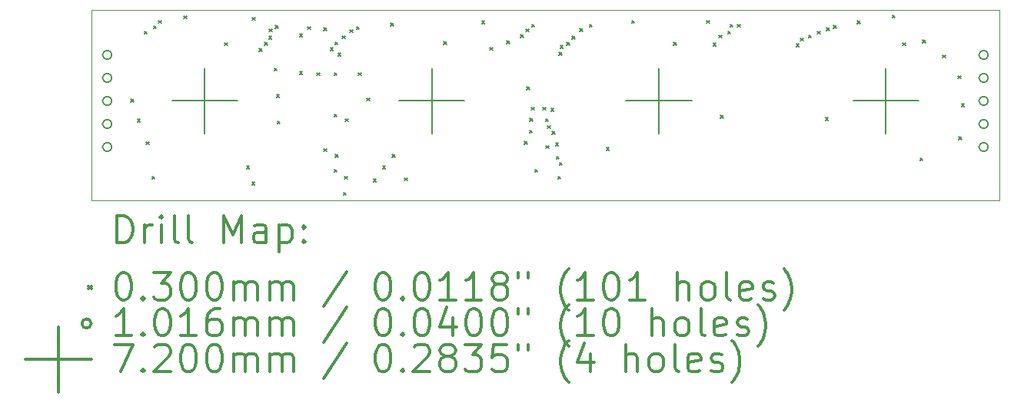
<source format=gbr>
%FSLAX45Y45*%
G04 Gerber Fmt 4.5, Leading zero omitted, Abs format (unit mm)*
G04 Created by KiCad (PCBNEW (5.1.12)-1) date 2021-11-29 00:25:57*
%MOMM*%
%LPD*%
G01*
G04 APERTURE LIST*
%TA.AperFunction,Profile*%
%ADD10C,0.050000*%
%TD*%
%ADD11C,0.200000*%
%ADD12C,0.300000*%
G04 APERTURE END LIST*
D10*
X17478000Y-4245900D02*
X17478000Y-2145900D01*
X27478000Y-4245900D02*
X17478000Y-4245900D01*
X27478000Y-2145900D02*
X27478000Y-4245900D01*
X17478000Y-2145900D02*
X27478000Y-2145900D01*
D11*
X17914603Y-3130900D02*
X17944603Y-3160900D01*
X17944603Y-3130900D02*
X17914603Y-3160900D01*
X17985093Y-3348467D02*
X18015093Y-3378467D01*
X18015093Y-3348467D02*
X17985093Y-3378467D01*
X18063000Y-2380900D02*
X18093000Y-2410900D01*
X18093000Y-2380900D02*
X18063000Y-2410900D01*
X18084102Y-3599031D02*
X18114102Y-3629031D01*
X18114102Y-3599031D02*
X18084102Y-3629031D01*
X18146000Y-3982300D02*
X18176000Y-4012300D01*
X18176000Y-3982300D02*
X18146000Y-4012300D01*
X18163000Y-2320899D02*
X18193000Y-2350899D01*
X18193000Y-2320899D02*
X18163000Y-2350899D01*
X18216044Y-2261012D02*
X18246044Y-2291012D01*
X18246044Y-2261012D02*
X18216044Y-2291012D01*
X18497966Y-2210895D02*
X18527966Y-2240895D01*
X18527966Y-2210895D02*
X18497966Y-2240895D01*
X18945300Y-2509100D02*
X18975300Y-2539100D01*
X18975300Y-2509100D02*
X18945300Y-2539100D01*
X19187400Y-3868000D02*
X19217400Y-3898000D01*
X19217400Y-3868000D02*
X19187400Y-3898000D01*
X19246034Y-4045497D02*
X19276034Y-4075497D01*
X19276034Y-4045497D02*
X19246034Y-4075497D01*
X19252530Y-2229136D02*
X19282530Y-2259136D01*
X19282530Y-2229136D02*
X19252530Y-2259136D01*
X19327104Y-2571796D02*
X19357104Y-2601796D01*
X19357104Y-2571796D02*
X19327104Y-2601796D01*
X19384404Y-2501796D02*
X19414404Y-2531796D01*
X19414404Y-2501796D02*
X19384404Y-2531796D01*
X19433826Y-2437466D02*
X19463826Y-2467466D01*
X19463826Y-2437466D02*
X19433826Y-2467466D01*
X19435113Y-2353900D02*
X19465113Y-2383900D01*
X19465113Y-2353900D02*
X19435113Y-2383900D01*
X19491400Y-2788500D02*
X19521400Y-2818500D01*
X19521400Y-2788500D02*
X19491400Y-2818500D01*
X19507054Y-2318903D02*
X19537054Y-2348903D01*
X19537054Y-2318903D02*
X19507054Y-2348903D01*
X19516800Y-3080600D02*
X19546800Y-3110600D01*
X19546800Y-3080600D02*
X19516800Y-3110600D01*
X19524899Y-3373410D02*
X19554899Y-3403410D01*
X19554899Y-3373410D02*
X19524899Y-3403410D01*
X19770800Y-2826600D02*
X19800800Y-2856600D01*
X19800800Y-2826600D02*
X19770800Y-2856600D01*
X19771581Y-2409383D02*
X19801581Y-2439383D01*
X19801581Y-2409383D02*
X19771581Y-2439383D01*
X19861936Y-2328622D02*
X19891936Y-2358622D01*
X19891936Y-2328622D02*
X19861936Y-2358622D01*
X19961300Y-2839300D02*
X19991300Y-2869300D01*
X19991300Y-2839300D02*
X19961300Y-2869300D01*
X20037500Y-2344000D02*
X20067500Y-2374000D01*
X20067500Y-2344000D02*
X20037500Y-2374000D01*
X20038300Y-3677500D02*
X20068300Y-3707500D01*
X20068300Y-3677500D02*
X20038300Y-3707500D01*
X20110201Y-2561795D02*
X20140201Y-2591795D01*
X20140201Y-2561795D02*
X20110201Y-2591795D01*
X20151800Y-2839300D02*
X20181800Y-2869300D01*
X20181800Y-2839300D02*
X20151800Y-2869300D01*
X20151800Y-3296500D02*
X20181800Y-3326500D01*
X20181800Y-3296500D02*
X20151800Y-3326500D01*
X20152600Y-3906100D02*
X20182600Y-3936100D01*
X20182600Y-3906100D02*
X20152600Y-3936100D01*
X20160745Y-2499783D02*
X20190745Y-2529783D01*
X20190745Y-2499783D02*
X20160745Y-2529783D01*
X20165300Y-3741000D02*
X20195300Y-3771000D01*
X20195300Y-3741000D02*
X20165300Y-3771000D01*
X20195596Y-2621999D02*
X20225596Y-2651999D01*
X20225596Y-2621999D02*
X20195596Y-2651999D01*
X20239596Y-2431796D02*
X20269596Y-2461796D01*
X20269596Y-2431796D02*
X20239596Y-2461796D01*
X20254200Y-4160100D02*
X20284200Y-4190100D01*
X20284200Y-4160100D02*
X20254200Y-4190100D01*
X20266100Y-3982300D02*
X20296100Y-4012300D01*
X20296100Y-3982300D02*
X20266100Y-4012300D01*
X20274700Y-3347300D02*
X20304700Y-3377300D01*
X20304700Y-3347300D02*
X20274700Y-3377300D01*
X20327099Y-2366080D02*
X20357099Y-2396080D01*
X20357099Y-2366080D02*
X20327099Y-2396080D01*
X20398351Y-2329702D02*
X20428351Y-2359702D01*
X20428351Y-2329702D02*
X20398351Y-2359702D01*
X20418500Y-2839300D02*
X20448500Y-2869300D01*
X20448500Y-2839300D02*
X20418500Y-2869300D01*
X20512998Y-3118700D02*
X20542998Y-3148700D01*
X20542998Y-3118700D02*
X20512998Y-3148700D01*
X20583600Y-4010301D02*
X20613600Y-4040301D01*
X20613600Y-4010301D02*
X20583600Y-4040301D01*
X20685200Y-3868000D02*
X20715200Y-3898000D01*
X20715200Y-3868000D02*
X20685200Y-3898000D01*
X20774100Y-2293200D02*
X20804100Y-2323200D01*
X20804100Y-2293200D02*
X20774100Y-2323200D01*
X20790675Y-3740299D02*
X20820675Y-3770299D01*
X20820675Y-3740299D02*
X20790675Y-3770299D01*
X20926095Y-3998397D02*
X20956095Y-4028397D01*
X20956095Y-3998397D02*
X20926095Y-4028397D01*
X21358300Y-2496400D02*
X21388300Y-2526400D01*
X21388300Y-2496400D02*
X21358300Y-2526400D01*
X21778306Y-2266202D02*
X21808306Y-2296202D01*
X21808306Y-2266202D02*
X21778306Y-2296202D01*
X21867967Y-2558233D02*
X21897967Y-2588233D01*
X21897967Y-2558233D02*
X21867967Y-2588233D01*
X22052267Y-2488233D02*
X22082267Y-2518233D01*
X22082267Y-2488233D02*
X22052267Y-2518233D01*
X22206894Y-2419096D02*
X22236894Y-2449096D01*
X22236894Y-2419096D02*
X22206894Y-2449096D01*
X22246060Y-3596777D02*
X22276060Y-3626777D01*
X22276060Y-3596777D02*
X22246060Y-3626777D01*
X22266895Y-2355632D02*
X22296895Y-2385632D01*
X22296895Y-2355632D02*
X22266895Y-2385632D01*
X22271303Y-2994034D02*
X22301303Y-3024034D01*
X22301303Y-2994034D02*
X22271303Y-3024034D01*
X22302167Y-3472965D02*
X22332167Y-3502965D01*
X22332167Y-3472965D02*
X22302167Y-3502965D01*
X22305837Y-3339928D02*
X22335837Y-3369928D01*
X22335837Y-3339928D02*
X22305837Y-3369928D01*
X22323500Y-3220300D02*
X22353500Y-3250300D01*
X22353500Y-3220300D02*
X22323500Y-3250300D01*
X22327496Y-2303404D02*
X22357496Y-2333404D01*
X22357496Y-2303404D02*
X22327496Y-2333404D01*
X22361600Y-3906100D02*
X22391600Y-3936100D01*
X22391600Y-3906100D02*
X22361600Y-3936100D01*
X22450500Y-3220300D02*
X22480500Y-3250300D01*
X22480500Y-3220300D02*
X22450500Y-3250300D01*
X22482902Y-3344882D02*
X22512902Y-3374882D01*
X22512902Y-3344882D02*
X22482902Y-3374882D01*
X22486065Y-3640876D02*
X22516065Y-3670876D01*
X22516065Y-3640876D02*
X22486065Y-3670876D01*
X22502170Y-3422529D02*
X22532170Y-3452529D01*
X22532170Y-3422529D02*
X22502170Y-3452529D01*
X22539400Y-3233000D02*
X22569400Y-3263000D01*
X22569400Y-3233000D02*
X22539400Y-3263000D01*
X22553400Y-3483976D02*
X22583400Y-3513976D01*
X22583400Y-3483976D02*
X22553400Y-3513976D01*
X22590200Y-3614000D02*
X22620200Y-3644000D01*
X22620200Y-3614000D02*
X22590200Y-3644000D01*
X22597967Y-3759401D02*
X22627967Y-3789401D01*
X22627967Y-3759401D02*
X22597967Y-3789401D01*
X22615600Y-3982300D02*
X22645600Y-4012300D01*
X22645600Y-3982300D02*
X22615600Y-4012300D01*
X22628340Y-2615899D02*
X22658340Y-2645899D01*
X22658340Y-2615899D02*
X22628340Y-2645899D01*
X22635087Y-3830269D02*
X22665087Y-3860269D01*
X22665087Y-3830269D02*
X22635087Y-3860269D01*
X22642899Y-2537234D02*
X22672899Y-2567234D01*
X22672899Y-2537234D02*
X22642899Y-2567234D01*
X22714788Y-2502131D02*
X22744788Y-2532131D01*
X22744788Y-2502131D02*
X22714788Y-2532131D01*
X22772327Y-2437227D02*
X22802327Y-2467227D01*
X22802327Y-2437227D02*
X22772327Y-2467227D01*
X22856132Y-2353423D02*
X22886132Y-2383423D01*
X22886132Y-2353423D02*
X22856132Y-2383423D01*
X22963100Y-2306203D02*
X22993100Y-2336203D01*
X22993100Y-2306203D02*
X22963100Y-2336203D01*
X23149000Y-3664800D02*
X23179000Y-3694800D01*
X23179000Y-3664800D02*
X23149000Y-3694800D01*
X23428400Y-2263404D02*
X23458400Y-2293404D01*
X23458400Y-2263404D02*
X23428400Y-2293404D01*
X23890212Y-2505523D02*
X23920212Y-2535523D01*
X23920212Y-2505523D02*
X23890212Y-2535523D01*
X24253900Y-2263403D02*
X24283900Y-2293403D01*
X24283900Y-2263403D02*
X24253900Y-2293403D01*
X24328512Y-2512623D02*
X24358512Y-2542623D01*
X24358512Y-2512623D02*
X24328512Y-2542623D01*
X24391526Y-2423405D02*
X24421526Y-2453405D01*
X24421526Y-2423405D02*
X24391526Y-2453405D01*
X24407801Y-3309200D02*
X24437801Y-3339200D01*
X24437801Y-3309200D02*
X24407801Y-3339200D01*
X24486951Y-2381342D02*
X24516951Y-2411342D01*
X24516951Y-2381342D02*
X24486951Y-2411342D01*
X24514416Y-2306203D02*
X24544416Y-2336203D01*
X24544416Y-2306203D02*
X24514416Y-2336203D01*
X24594417Y-2306203D02*
X24624417Y-2336203D01*
X24624417Y-2306203D02*
X24594417Y-2336203D01*
X25241001Y-2521800D02*
X25271001Y-2551800D01*
X25271001Y-2521800D02*
X25241001Y-2551800D01*
X25289106Y-2457877D02*
X25319106Y-2487877D01*
X25319106Y-2457877D02*
X25289106Y-2487877D01*
X25375514Y-2421798D02*
X25405514Y-2451798D01*
X25405514Y-2421798D02*
X25375514Y-2451798D01*
X25475383Y-2381797D02*
X25505383Y-2411797D01*
X25505383Y-2381797D02*
X25475383Y-2411797D01*
X25562000Y-3334600D02*
X25592000Y-3364600D01*
X25592000Y-3334600D02*
X25562000Y-3364600D01*
X25574315Y-2341968D02*
X25604315Y-2371968D01*
X25604315Y-2341968D02*
X25574315Y-2371968D01*
X25650919Y-2318903D02*
X25680919Y-2348903D01*
X25680919Y-2318903D02*
X25650919Y-2348903D01*
X25915086Y-2266202D02*
X25945086Y-2296202D01*
X25945086Y-2266202D02*
X25915086Y-2296202D01*
X26298600Y-2204300D02*
X26328600Y-2234300D01*
X26328600Y-2204300D02*
X26298600Y-2234300D01*
X26412900Y-2509100D02*
X26442900Y-2539100D01*
X26442900Y-2509100D02*
X26412900Y-2539100D01*
X26603400Y-3779100D02*
X26633400Y-3809100D01*
X26633400Y-3779100D02*
X26603400Y-3809100D01*
X26631803Y-2480698D02*
X26661803Y-2510698D01*
X26661803Y-2480698D02*
X26631803Y-2510698D01*
X26852337Y-2644662D02*
X26882337Y-2674662D01*
X26882337Y-2644662D02*
X26852337Y-2674662D01*
X27024910Y-2872330D02*
X27054910Y-2902330D01*
X27054910Y-2872330D02*
X27024910Y-2902330D01*
X27031273Y-3546573D02*
X27061273Y-3576573D01*
X27061273Y-3546573D02*
X27031273Y-3576573D01*
X27062786Y-3182200D02*
X27092786Y-3212200D01*
X27092786Y-3182200D02*
X27062786Y-3212200D01*
X17703800Y-2641600D02*
G75*
G03*
X17703800Y-2641600I-50800J0D01*
G01*
X17703800Y-2895600D02*
G75*
G03*
X17703800Y-2895600I-50800J0D01*
G01*
X17703800Y-3149600D02*
G75*
G03*
X17703800Y-3149600I-50800J0D01*
G01*
X17703800Y-3403600D02*
G75*
G03*
X17703800Y-3403600I-50800J0D01*
G01*
X17703800Y-3657600D02*
G75*
G03*
X17703800Y-3657600I-50800J0D01*
G01*
X27355800Y-2641600D02*
G75*
G03*
X27355800Y-2641600I-50800J0D01*
G01*
X27355800Y-2895600D02*
G75*
G03*
X27355800Y-2895600I-50800J0D01*
G01*
X27355800Y-3149600D02*
G75*
G03*
X27355800Y-3149600I-50800J0D01*
G01*
X27355800Y-3403600D02*
G75*
G03*
X27355800Y-3403600I-50800J0D01*
G01*
X27355800Y-3657600D02*
G75*
G03*
X27355800Y-3657600I-50800J0D01*
G01*
X18728000Y-2785900D02*
X18728000Y-3505900D01*
X18368000Y-3145900D02*
X19088000Y-3145900D01*
X21228000Y-2785900D02*
X21228000Y-3505900D01*
X20868000Y-3145900D02*
X21588000Y-3145900D01*
X23728000Y-2785900D02*
X23728000Y-3505900D01*
X23368000Y-3145900D02*
X24088000Y-3145900D01*
X26228000Y-2785900D02*
X26228000Y-3505900D01*
X25868000Y-3145900D02*
X26588000Y-3145900D01*
D12*
X17761928Y-4714114D02*
X17761928Y-4414114D01*
X17833357Y-4414114D01*
X17876214Y-4428400D01*
X17904786Y-4456972D01*
X17919071Y-4485543D01*
X17933357Y-4542686D01*
X17933357Y-4585543D01*
X17919071Y-4642686D01*
X17904786Y-4671257D01*
X17876214Y-4699829D01*
X17833357Y-4714114D01*
X17761928Y-4714114D01*
X18061928Y-4714114D02*
X18061928Y-4514114D01*
X18061928Y-4571257D02*
X18076214Y-4542686D01*
X18090500Y-4528400D01*
X18119071Y-4514114D01*
X18147643Y-4514114D01*
X18247643Y-4714114D02*
X18247643Y-4514114D01*
X18247643Y-4414114D02*
X18233357Y-4428400D01*
X18247643Y-4442686D01*
X18261928Y-4428400D01*
X18247643Y-4414114D01*
X18247643Y-4442686D01*
X18433357Y-4714114D02*
X18404786Y-4699829D01*
X18390500Y-4671257D01*
X18390500Y-4414114D01*
X18590500Y-4714114D02*
X18561928Y-4699829D01*
X18547643Y-4671257D01*
X18547643Y-4414114D01*
X18933357Y-4714114D02*
X18933357Y-4414114D01*
X19033357Y-4628400D01*
X19133357Y-4414114D01*
X19133357Y-4714114D01*
X19404786Y-4714114D02*
X19404786Y-4556972D01*
X19390500Y-4528400D01*
X19361928Y-4514114D01*
X19304786Y-4514114D01*
X19276214Y-4528400D01*
X19404786Y-4699829D02*
X19376214Y-4714114D01*
X19304786Y-4714114D01*
X19276214Y-4699829D01*
X19261928Y-4671257D01*
X19261928Y-4642686D01*
X19276214Y-4614114D01*
X19304786Y-4599829D01*
X19376214Y-4599829D01*
X19404786Y-4585543D01*
X19547643Y-4514114D02*
X19547643Y-4814114D01*
X19547643Y-4528400D02*
X19576214Y-4514114D01*
X19633357Y-4514114D01*
X19661928Y-4528400D01*
X19676214Y-4542686D01*
X19690500Y-4571257D01*
X19690500Y-4656972D01*
X19676214Y-4685543D01*
X19661928Y-4699829D01*
X19633357Y-4714114D01*
X19576214Y-4714114D01*
X19547643Y-4699829D01*
X19819071Y-4685543D02*
X19833357Y-4699829D01*
X19819071Y-4714114D01*
X19804786Y-4699829D01*
X19819071Y-4685543D01*
X19819071Y-4714114D01*
X19819071Y-4528400D02*
X19833357Y-4542686D01*
X19819071Y-4556972D01*
X19804786Y-4542686D01*
X19819071Y-4528400D01*
X19819071Y-4556972D01*
X17445500Y-5193400D02*
X17475500Y-5223400D01*
X17475500Y-5193400D02*
X17445500Y-5223400D01*
X17819071Y-5044114D02*
X17847643Y-5044114D01*
X17876214Y-5058400D01*
X17890500Y-5072686D01*
X17904786Y-5101257D01*
X17919071Y-5158400D01*
X17919071Y-5229829D01*
X17904786Y-5286972D01*
X17890500Y-5315543D01*
X17876214Y-5329829D01*
X17847643Y-5344114D01*
X17819071Y-5344114D01*
X17790500Y-5329829D01*
X17776214Y-5315543D01*
X17761928Y-5286972D01*
X17747643Y-5229829D01*
X17747643Y-5158400D01*
X17761928Y-5101257D01*
X17776214Y-5072686D01*
X17790500Y-5058400D01*
X17819071Y-5044114D01*
X18047643Y-5315543D02*
X18061928Y-5329829D01*
X18047643Y-5344114D01*
X18033357Y-5329829D01*
X18047643Y-5315543D01*
X18047643Y-5344114D01*
X18161928Y-5044114D02*
X18347643Y-5044114D01*
X18247643Y-5158400D01*
X18290500Y-5158400D01*
X18319071Y-5172686D01*
X18333357Y-5186972D01*
X18347643Y-5215543D01*
X18347643Y-5286972D01*
X18333357Y-5315543D01*
X18319071Y-5329829D01*
X18290500Y-5344114D01*
X18204786Y-5344114D01*
X18176214Y-5329829D01*
X18161928Y-5315543D01*
X18533357Y-5044114D02*
X18561928Y-5044114D01*
X18590500Y-5058400D01*
X18604786Y-5072686D01*
X18619071Y-5101257D01*
X18633357Y-5158400D01*
X18633357Y-5229829D01*
X18619071Y-5286972D01*
X18604786Y-5315543D01*
X18590500Y-5329829D01*
X18561928Y-5344114D01*
X18533357Y-5344114D01*
X18504786Y-5329829D01*
X18490500Y-5315543D01*
X18476214Y-5286972D01*
X18461928Y-5229829D01*
X18461928Y-5158400D01*
X18476214Y-5101257D01*
X18490500Y-5072686D01*
X18504786Y-5058400D01*
X18533357Y-5044114D01*
X18819071Y-5044114D02*
X18847643Y-5044114D01*
X18876214Y-5058400D01*
X18890500Y-5072686D01*
X18904786Y-5101257D01*
X18919071Y-5158400D01*
X18919071Y-5229829D01*
X18904786Y-5286972D01*
X18890500Y-5315543D01*
X18876214Y-5329829D01*
X18847643Y-5344114D01*
X18819071Y-5344114D01*
X18790500Y-5329829D01*
X18776214Y-5315543D01*
X18761928Y-5286972D01*
X18747643Y-5229829D01*
X18747643Y-5158400D01*
X18761928Y-5101257D01*
X18776214Y-5072686D01*
X18790500Y-5058400D01*
X18819071Y-5044114D01*
X19047643Y-5344114D02*
X19047643Y-5144114D01*
X19047643Y-5172686D02*
X19061928Y-5158400D01*
X19090500Y-5144114D01*
X19133357Y-5144114D01*
X19161928Y-5158400D01*
X19176214Y-5186972D01*
X19176214Y-5344114D01*
X19176214Y-5186972D02*
X19190500Y-5158400D01*
X19219071Y-5144114D01*
X19261928Y-5144114D01*
X19290500Y-5158400D01*
X19304786Y-5186972D01*
X19304786Y-5344114D01*
X19447643Y-5344114D02*
X19447643Y-5144114D01*
X19447643Y-5172686D02*
X19461928Y-5158400D01*
X19490500Y-5144114D01*
X19533357Y-5144114D01*
X19561928Y-5158400D01*
X19576214Y-5186972D01*
X19576214Y-5344114D01*
X19576214Y-5186972D02*
X19590500Y-5158400D01*
X19619071Y-5144114D01*
X19661928Y-5144114D01*
X19690500Y-5158400D01*
X19704786Y-5186972D01*
X19704786Y-5344114D01*
X20290500Y-5029829D02*
X20033357Y-5415543D01*
X20676214Y-5044114D02*
X20704786Y-5044114D01*
X20733357Y-5058400D01*
X20747643Y-5072686D01*
X20761928Y-5101257D01*
X20776214Y-5158400D01*
X20776214Y-5229829D01*
X20761928Y-5286972D01*
X20747643Y-5315543D01*
X20733357Y-5329829D01*
X20704786Y-5344114D01*
X20676214Y-5344114D01*
X20647643Y-5329829D01*
X20633357Y-5315543D01*
X20619071Y-5286972D01*
X20604786Y-5229829D01*
X20604786Y-5158400D01*
X20619071Y-5101257D01*
X20633357Y-5072686D01*
X20647643Y-5058400D01*
X20676214Y-5044114D01*
X20904786Y-5315543D02*
X20919071Y-5329829D01*
X20904786Y-5344114D01*
X20890500Y-5329829D01*
X20904786Y-5315543D01*
X20904786Y-5344114D01*
X21104786Y-5044114D02*
X21133357Y-5044114D01*
X21161928Y-5058400D01*
X21176214Y-5072686D01*
X21190500Y-5101257D01*
X21204786Y-5158400D01*
X21204786Y-5229829D01*
X21190500Y-5286972D01*
X21176214Y-5315543D01*
X21161928Y-5329829D01*
X21133357Y-5344114D01*
X21104786Y-5344114D01*
X21076214Y-5329829D01*
X21061928Y-5315543D01*
X21047643Y-5286972D01*
X21033357Y-5229829D01*
X21033357Y-5158400D01*
X21047643Y-5101257D01*
X21061928Y-5072686D01*
X21076214Y-5058400D01*
X21104786Y-5044114D01*
X21490500Y-5344114D02*
X21319071Y-5344114D01*
X21404786Y-5344114D02*
X21404786Y-5044114D01*
X21376214Y-5086972D01*
X21347643Y-5115543D01*
X21319071Y-5129829D01*
X21776214Y-5344114D02*
X21604786Y-5344114D01*
X21690500Y-5344114D02*
X21690500Y-5044114D01*
X21661928Y-5086972D01*
X21633357Y-5115543D01*
X21604786Y-5129829D01*
X21947643Y-5172686D02*
X21919071Y-5158400D01*
X21904786Y-5144114D01*
X21890500Y-5115543D01*
X21890500Y-5101257D01*
X21904786Y-5072686D01*
X21919071Y-5058400D01*
X21947643Y-5044114D01*
X22004786Y-5044114D01*
X22033357Y-5058400D01*
X22047643Y-5072686D01*
X22061928Y-5101257D01*
X22061928Y-5115543D01*
X22047643Y-5144114D01*
X22033357Y-5158400D01*
X22004786Y-5172686D01*
X21947643Y-5172686D01*
X21919071Y-5186972D01*
X21904786Y-5201257D01*
X21890500Y-5229829D01*
X21890500Y-5286972D01*
X21904786Y-5315543D01*
X21919071Y-5329829D01*
X21947643Y-5344114D01*
X22004786Y-5344114D01*
X22033357Y-5329829D01*
X22047643Y-5315543D01*
X22061928Y-5286972D01*
X22061928Y-5229829D01*
X22047643Y-5201257D01*
X22033357Y-5186972D01*
X22004786Y-5172686D01*
X22176214Y-5044114D02*
X22176214Y-5101257D01*
X22290500Y-5044114D02*
X22290500Y-5101257D01*
X22733357Y-5458400D02*
X22719071Y-5444114D01*
X22690500Y-5401257D01*
X22676214Y-5372686D01*
X22661928Y-5329829D01*
X22647643Y-5258400D01*
X22647643Y-5201257D01*
X22661928Y-5129829D01*
X22676214Y-5086972D01*
X22690500Y-5058400D01*
X22719071Y-5015543D01*
X22733357Y-5001257D01*
X23004786Y-5344114D02*
X22833357Y-5344114D01*
X22919071Y-5344114D02*
X22919071Y-5044114D01*
X22890500Y-5086972D01*
X22861928Y-5115543D01*
X22833357Y-5129829D01*
X23190500Y-5044114D02*
X23219071Y-5044114D01*
X23247643Y-5058400D01*
X23261928Y-5072686D01*
X23276214Y-5101257D01*
X23290500Y-5158400D01*
X23290500Y-5229829D01*
X23276214Y-5286972D01*
X23261928Y-5315543D01*
X23247643Y-5329829D01*
X23219071Y-5344114D01*
X23190500Y-5344114D01*
X23161928Y-5329829D01*
X23147643Y-5315543D01*
X23133357Y-5286972D01*
X23119071Y-5229829D01*
X23119071Y-5158400D01*
X23133357Y-5101257D01*
X23147643Y-5072686D01*
X23161928Y-5058400D01*
X23190500Y-5044114D01*
X23576214Y-5344114D02*
X23404786Y-5344114D01*
X23490500Y-5344114D02*
X23490500Y-5044114D01*
X23461928Y-5086972D01*
X23433357Y-5115543D01*
X23404786Y-5129829D01*
X23933357Y-5344114D02*
X23933357Y-5044114D01*
X24061928Y-5344114D02*
X24061928Y-5186972D01*
X24047643Y-5158400D01*
X24019071Y-5144114D01*
X23976214Y-5144114D01*
X23947643Y-5158400D01*
X23933357Y-5172686D01*
X24247643Y-5344114D02*
X24219071Y-5329829D01*
X24204786Y-5315543D01*
X24190500Y-5286972D01*
X24190500Y-5201257D01*
X24204786Y-5172686D01*
X24219071Y-5158400D01*
X24247643Y-5144114D01*
X24290500Y-5144114D01*
X24319071Y-5158400D01*
X24333357Y-5172686D01*
X24347643Y-5201257D01*
X24347643Y-5286972D01*
X24333357Y-5315543D01*
X24319071Y-5329829D01*
X24290500Y-5344114D01*
X24247643Y-5344114D01*
X24519071Y-5344114D02*
X24490500Y-5329829D01*
X24476214Y-5301257D01*
X24476214Y-5044114D01*
X24747643Y-5329829D02*
X24719071Y-5344114D01*
X24661928Y-5344114D01*
X24633357Y-5329829D01*
X24619071Y-5301257D01*
X24619071Y-5186972D01*
X24633357Y-5158400D01*
X24661928Y-5144114D01*
X24719071Y-5144114D01*
X24747643Y-5158400D01*
X24761928Y-5186972D01*
X24761928Y-5215543D01*
X24619071Y-5244114D01*
X24876214Y-5329829D02*
X24904786Y-5344114D01*
X24961928Y-5344114D01*
X24990500Y-5329829D01*
X25004786Y-5301257D01*
X25004786Y-5286972D01*
X24990500Y-5258400D01*
X24961928Y-5244114D01*
X24919071Y-5244114D01*
X24890500Y-5229829D01*
X24876214Y-5201257D01*
X24876214Y-5186972D01*
X24890500Y-5158400D01*
X24919071Y-5144114D01*
X24961928Y-5144114D01*
X24990500Y-5158400D01*
X25104786Y-5458400D02*
X25119071Y-5444114D01*
X25147643Y-5401257D01*
X25161928Y-5372686D01*
X25176214Y-5329829D01*
X25190500Y-5258400D01*
X25190500Y-5201257D01*
X25176214Y-5129829D01*
X25161928Y-5086972D01*
X25147643Y-5058400D01*
X25119071Y-5015543D01*
X25104786Y-5001257D01*
X17475500Y-5604400D02*
G75*
G03*
X17475500Y-5604400I-50800J0D01*
G01*
X17919071Y-5740114D02*
X17747643Y-5740114D01*
X17833357Y-5740114D02*
X17833357Y-5440114D01*
X17804786Y-5482972D01*
X17776214Y-5511543D01*
X17747643Y-5525829D01*
X18047643Y-5711543D02*
X18061928Y-5725829D01*
X18047643Y-5740114D01*
X18033357Y-5725829D01*
X18047643Y-5711543D01*
X18047643Y-5740114D01*
X18247643Y-5440114D02*
X18276214Y-5440114D01*
X18304786Y-5454400D01*
X18319071Y-5468686D01*
X18333357Y-5497257D01*
X18347643Y-5554400D01*
X18347643Y-5625829D01*
X18333357Y-5682971D01*
X18319071Y-5711543D01*
X18304786Y-5725829D01*
X18276214Y-5740114D01*
X18247643Y-5740114D01*
X18219071Y-5725829D01*
X18204786Y-5711543D01*
X18190500Y-5682971D01*
X18176214Y-5625829D01*
X18176214Y-5554400D01*
X18190500Y-5497257D01*
X18204786Y-5468686D01*
X18219071Y-5454400D01*
X18247643Y-5440114D01*
X18633357Y-5740114D02*
X18461928Y-5740114D01*
X18547643Y-5740114D02*
X18547643Y-5440114D01*
X18519071Y-5482972D01*
X18490500Y-5511543D01*
X18461928Y-5525829D01*
X18890500Y-5440114D02*
X18833357Y-5440114D01*
X18804786Y-5454400D01*
X18790500Y-5468686D01*
X18761928Y-5511543D01*
X18747643Y-5568686D01*
X18747643Y-5682971D01*
X18761928Y-5711543D01*
X18776214Y-5725829D01*
X18804786Y-5740114D01*
X18861928Y-5740114D01*
X18890500Y-5725829D01*
X18904786Y-5711543D01*
X18919071Y-5682971D01*
X18919071Y-5611543D01*
X18904786Y-5582972D01*
X18890500Y-5568686D01*
X18861928Y-5554400D01*
X18804786Y-5554400D01*
X18776214Y-5568686D01*
X18761928Y-5582972D01*
X18747643Y-5611543D01*
X19047643Y-5740114D02*
X19047643Y-5540114D01*
X19047643Y-5568686D02*
X19061928Y-5554400D01*
X19090500Y-5540114D01*
X19133357Y-5540114D01*
X19161928Y-5554400D01*
X19176214Y-5582972D01*
X19176214Y-5740114D01*
X19176214Y-5582972D02*
X19190500Y-5554400D01*
X19219071Y-5540114D01*
X19261928Y-5540114D01*
X19290500Y-5554400D01*
X19304786Y-5582972D01*
X19304786Y-5740114D01*
X19447643Y-5740114D02*
X19447643Y-5540114D01*
X19447643Y-5568686D02*
X19461928Y-5554400D01*
X19490500Y-5540114D01*
X19533357Y-5540114D01*
X19561928Y-5554400D01*
X19576214Y-5582972D01*
X19576214Y-5740114D01*
X19576214Y-5582972D02*
X19590500Y-5554400D01*
X19619071Y-5540114D01*
X19661928Y-5540114D01*
X19690500Y-5554400D01*
X19704786Y-5582972D01*
X19704786Y-5740114D01*
X20290500Y-5425829D02*
X20033357Y-5811543D01*
X20676214Y-5440114D02*
X20704786Y-5440114D01*
X20733357Y-5454400D01*
X20747643Y-5468686D01*
X20761928Y-5497257D01*
X20776214Y-5554400D01*
X20776214Y-5625829D01*
X20761928Y-5682971D01*
X20747643Y-5711543D01*
X20733357Y-5725829D01*
X20704786Y-5740114D01*
X20676214Y-5740114D01*
X20647643Y-5725829D01*
X20633357Y-5711543D01*
X20619071Y-5682971D01*
X20604786Y-5625829D01*
X20604786Y-5554400D01*
X20619071Y-5497257D01*
X20633357Y-5468686D01*
X20647643Y-5454400D01*
X20676214Y-5440114D01*
X20904786Y-5711543D02*
X20919071Y-5725829D01*
X20904786Y-5740114D01*
X20890500Y-5725829D01*
X20904786Y-5711543D01*
X20904786Y-5740114D01*
X21104786Y-5440114D02*
X21133357Y-5440114D01*
X21161928Y-5454400D01*
X21176214Y-5468686D01*
X21190500Y-5497257D01*
X21204786Y-5554400D01*
X21204786Y-5625829D01*
X21190500Y-5682971D01*
X21176214Y-5711543D01*
X21161928Y-5725829D01*
X21133357Y-5740114D01*
X21104786Y-5740114D01*
X21076214Y-5725829D01*
X21061928Y-5711543D01*
X21047643Y-5682971D01*
X21033357Y-5625829D01*
X21033357Y-5554400D01*
X21047643Y-5497257D01*
X21061928Y-5468686D01*
X21076214Y-5454400D01*
X21104786Y-5440114D01*
X21461928Y-5540114D02*
X21461928Y-5740114D01*
X21390500Y-5425829D02*
X21319071Y-5640114D01*
X21504786Y-5640114D01*
X21676214Y-5440114D02*
X21704786Y-5440114D01*
X21733357Y-5454400D01*
X21747643Y-5468686D01*
X21761928Y-5497257D01*
X21776214Y-5554400D01*
X21776214Y-5625829D01*
X21761928Y-5682971D01*
X21747643Y-5711543D01*
X21733357Y-5725829D01*
X21704786Y-5740114D01*
X21676214Y-5740114D01*
X21647643Y-5725829D01*
X21633357Y-5711543D01*
X21619071Y-5682971D01*
X21604786Y-5625829D01*
X21604786Y-5554400D01*
X21619071Y-5497257D01*
X21633357Y-5468686D01*
X21647643Y-5454400D01*
X21676214Y-5440114D01*
X21961928Y-5440114D02*
X21990500Y-5440114D01*
X22019071Y-5454400D01*
X22033357Y-5468686D01*
X22047643Y-5497257D01*
X22061928Y-5554400D01*
X22061928Y-5625829D01*
X22047643Y-5682971D01*
X22033357Y-5711543D01*
X22019071Y-5725829D01*
X21990500Y-5740114D01*
X21961928Y-5740114D01*
X21933357Y-5725829D01*
X21919071Y-5711543D01*
X21904786Y-5682971D01*
X21890500Y-5625829D01*
X21890500Y-5554400D01*
X21904786Y-5497257D01*
X21919071Y-5468686D01*
X21933357Y-5454400D01*
X21961928Y-5440114D01*
X22176214Y-5440114D02*
X22176214Y-5497257D01*
X22290500Y-5440114D02*
X22290500Y-5497257D01*
X22733357Y-5854400D02*
X22719071Y-5840114D01*
X22690500Y-5797257D01*
X22676214Y-5768686D01*
X22661928Y-5725829D01*
X22647643Y-5654400D01*
X22647643Y-5597257D01*
X22661928Y-5525829D01*
X22676214Y-5482972D01*
X22690500Y-5454400D01*
X22719071Y-5411543D01*
X22733357Y-5397257D01*
X23004786Y-5740114D02*
X22833357Y-5740114D01*
X22919071Y-5740114D02*
X22919071Y-5440114D01*
X22890500Y-5482972D01*
X22861928Y-5511543D01*
X22833357Y-5525829D01*
X23190500Y-5440114D02*
X23219071Y-5440114D01*
X23247643Y-5454400D01*
X23261928Y-5468686D01*
X23276214Y-5497257D01*
X23290500Y-5554400D01*
X23290500Y-5625829D01*
X23276214Y-5682971D01*
X23261928Y-5711543D01*
X23247643Y-5725829D01*
X23219071Y-5740114D01*
X23190500Y-5740114D01*
X23161928Y-5725829D01*
X23147643Y-5711543D01*
X23133357Y-5682971D01*
X23119071Y-5625829D01*
X23119071Y-5554400D01*
X23133357Y-5497257D01*
X23147643Y-5468686D01*
X23161928Y-5454400D01*
X23190500Y-5440114D01*
X23647643Y-5740114D02*
X23647643Y-5440114D01*
X23776214Y-5740114D02*
X23776214Y-5582972D01*
X23761928Y-5554400D01*
X23733357Y-5540114D01*
X23690500Y-5540114D01*
X23661928Y-5554400D01*
X23647643Y-5568686D01*
X23961928Y-5740114D02*
X23933357Y-5725829D01*
X23919071Y-5711543D01*
X23904786Y-5682971D01*
X23904786Y-5597257D01*
X23919071Y-5568686D01*
X23933357Y-5554400D01*
X23961928Y-5540114D01*
X24004786Y-5540114D01*
X24033357Y-5554400D01*
X24047643Y-5568686D01*
X24061928Y-5597257D01*
X24061928Y-5682971D01*
X24047643Y-5711543D01*
X24033357Y-5725829D01*
X24004786Y-5740114D01*
X23961928Y-5740114D01*
X24233357Y-5740114D02*
X24204786Y-5725829D01*
X24190500Y-5697257D01*
X24190500Y-5440114D01*
X24461928Y-5725829D02*
X24433357Y-5740114D01*
X24376214Y-5740114D01*
X24347643Y-5725829D01*
X24333357Y-5697257D01*
X24333357Y-5582972D01*
X24347643Y-5554400D01*
X24376214Y-5540114D01*
X24433357Y-5540114D01*
X24461928Y-5554400D01*
X24476214Y-5582972D01*
X24476214Y-5611543D01*
X24333357Y-5640114D01*
X24590500Y-5725829D02*
X24619071Y-5740114D01*
X24676214Y-5740114D01*
X24704786Y-5725829D01*
X24719071Y-5697257D01*
X24719071Y-5682971D01*
X24704786Y-5654400D01*
X24676214Y-5640114D01*
X24633357Y-5640114D01*
X24604786Y-5625829D01*
X24590500Y-5597257D01*
X24590500Y-5582972D01*
X24604786Y-5554400D01*
X24633357Y-5540114D01*
X24676214Y-5540114D01*
X24704786Y-5554400D01*
X24819071Y-5854400D02*
X24833357Y-5840114D01*
X24861928Y-5797257D01*
X24876214Y-5768686D01*
X24890500Y-5725829D01*
X24904786Y-5654400D01*
X24904786Y-5597257D01*
X24890500Y-5525829D01*
X24876214Y-5482972D01*
X24861928Y-5454400D01*
X24833357Y-5411543D01*
X24819071Y-5397257D01*
X17115500Y-5640400D02*
X17115500Y-6360400D01*
X16755500Y-6000400D02*
X17475500Y-6000400D01*
X17733357Y-5836114D02*
X17933357Y-5836114D01*
X17804786Y-6136114D01*
X18047643Y-6107543D02*
X18061928Y-6121829D01*
X18047643Y-6136114D01*
X18033357Y-6121829D01*
X18047643Y-6107543D01*
X18047643Y-6136114D01*
X18176214Y-5864686D02*
X18190500Y-5850400D01*
X18219071Y-5836114D01*
X18290500Y-5836114D01*
X18319071Y-5850400D01*
X18333357Y-5864686D01*
X18347643Y-5893257D01*
X18347643Y-5921829D01*
X18333357Y-5964686D01*
X18161928Y-6136114D01*
X18347643Y-6136114D01*
X18533357Y-5836114D02*
X18561928Y-5836114D01*
X18590500Y-5850400D01*
X18604786Y-5864686D01*
X18619071Y-5893257D01*
X18633357Y-5950400D01*
X18633357Y-6021829D01*
X18619071Y-6078971D01*
X18604786Y-6107543D01*
X18590500Y-6121829D01*
X18561928Y-6136114D01*
X18533357Y-6136114D01*
X18504786Y-6121829D01*
X18490500Y-6107543D01*
X18476214Y-6078971D01*
X18461928Y-6021829D01*
X18461928Y-5950400D01*
X18476214Y-5893257D01*
X18490500Y-5864686D01*
X18504786Y-5850400D01*
X18533357Y-5836114D01*
X18819071Y-5836114D02*
X18847643Y-5836114D01*
X18876214Y-5850400D01*
X18890500Y-5864686D01*
X18904786Y-5893257D01*
X18919071Y-5950400D01*
X18919071Y-6021829D01*
X18904786Y-6078971D01*
X18890500Y-6107543D01*
X18876214Y-6121829D01*
X18847643Y-6136114D01*
X18819071Y-6136114D01*
X18790500Y-6121829D01*
X18776214Y-6107543D01*
X18761928Y-6078971D01*
X18747643Y-6021829D01*
X18747643Y-5950400D01*
X18761928Y-5893257D01*
X18776214Y-5864686D01*
X18790500Y-5850400D01*
X18819071Y-5836114D01*
X19047643Y-6136114D02*
X19047643Y-5936114D01*
X19047643Y-5964686D02*
X19061928Y-5950400D01*
X19090500Y-5936114D01*
X19133357Y-5936114D01*
X19161928Y-5950400D01*
X19176214Y-5978971D01*
X19176214Y-6136114D01*
X19176214Y-5978971D02*
X19190500Y-5950400D01*
X19219071Y-5936114D01*
X19261928Y-5936114D01*
X19290500Y-5950400D01*
X19304786Y-5978971D01*
X19304786Y-6136114D01*
X19447643Y-6136114D02*
X19447643Y-5936114D01*
X19447643Y-5964686D02*
X19461928Y-5950400D01*
X19490500Y-5936114D01*
X19533357Y-5936114D01*
X19561928Y-5950400D01*
X19576214Y-5978971D01*
X19576214Y-6136114D01*
X19576214Y-5978971D02*
X19590500Y-5950400D01*
X19619071Y-5936114D01*
X19661928Y-5936114D01*
X19690500Y-5950400D01*
X19704786Y-5978971D01*
X19704786Y-6136114D01*
X20290500Y-5821829D02*
X20033357Y-6207543D01*
X20676214Y-5836114D02*
X20704786Y-5836114D01*
X20733357Y-5850400D01*
X20747643Y-5864686D01*
X20761928Y-5893257D01*
X20776214Y-5950400D01*
X20776214Y-6021829D01*
X20761928Y-6078971D01*
X20747643Y-6107543D01*
X20733357Y-6121829D01*
X20704786Y-6136114D01*
X20676214Y-6136114D01*
X20647643Y-6121829D01*
X20633357Y-6107543D01*
X20619071Y-6078971D01*
X20604786Y-6021829D01*
X20604786Y-5950400D01*
X20619071Y-5893257D01*
X20633357Y-5864686D01*
X20647643Y-5850400D01*
X20676214Y-5836114D01*
X20904786Y-6107543D02*
X20919071Y-6121829D01*
X20904786Y-6136114D01*
X20890500Y-6121829D01*
X20904786Y-6107543D01*
X20904786Y-6136114D01*
X21033357Y-5864686D02*
X21047643Y-5850400D01*
X21076214Y-5836114D01*
X21147643Y-5836114D01*
X21176214Y-5850400D01*
X21190500Y-5864686D01*
X21204786Y-5893257D01*
X21204786Y-5921829D01*
X21190500Y-5964686D01*
X21019071Y-6136114D01*
X21204786Y-6136114D01*
X21376214Y-5964686D02*
X21347643Y-5950400D01*
X21333357Y-5936114D01*
X21319071Y-5907543D01*
X21319071Y-5893257D01*
X21333357Y-5864686D01*
X21347643Y-5850400D01*
X21376214Y-5836114D01*
X21433357Y-5836114D01*
X21461928Y-5850400D01*
X21476214Y-5864686D01*
X21490500Y-5893257D01*
X21490500Y-5907543D01*
X21476214Y-5936114D01*
X21461928Y-5950400D01*
X21433357Y-5964686D01*
X21376214Y-5964686D01*
X21347643Y-5978971D01*
X21333357Y-5993257D01*
X21319071Y-6021829D01*
X21319071Y-6078971D01*
X21333357Y-6107543D01*
X21347643Y-6121829D01*
X21376214Y-6136114D01*
X21433357Y-6136114D01*
X21461928Y-6121829D01*
X21476214Y-6107543D01*
X21490500Y-6078971D01*
X21490500Y-6021829D01*
X21476214Y-5993257D01*
X21461928Y-5978971D01*
X21433357Y-5964686D01*
X21590500Y-5836114D02*
X21776214Y-5836114D01*
X21676214Y-5950400D01*
X21719071Y-5950400D01*
X21747643Y-5964686D01*
X21761928Y-5978971D01*
X21776214Y-6007543D01*
X21776214Y-6078971D01*
X21761928Y-6107543D01*
X21747643Y-6121829D01*
X21719071Y-6136114D01*
X21633357Y-6136114D01*
X21604786Y-6121829D01*
X21590500Y-6107543D01*
X22047643Y-5836114D02*
X21904786Y-5836114D01*
X21890500Y-5978971D01*
X21904786Y-5964686D01*
X21933357Y-5950400D01*
X22004786Y-5950400D01*
X22033357Y-5964686D01*
X22047643Y-5978971D01*
X22061928Y-6007543D01*
X22061928Y-6078971D01*
X22047643Y-6107543D01*
X22033357Y-6121829D01*
X22004786Y-6136114D01*
X21933357Y-6136114D01*
X21904786Y-6121829D01*
X21890500Y-6107543D01*
X22176214Y-5836114D02*
X22176214Y-5893257D01*
X22290500Y-5836114D02*
X22290500Y-5893257D01*
X22733357Y-6250400D02*
X22719071Y-6236114D01*
X22690500Y-6193257D01*
X22676214Y-6164686D01*
X22661928Y-6121829D01*
X22647643Y-6050400D01*
X22647643Y-5993257D01*
X22661928Y-5921829D01*
X22676214Y-5878971D01*
X22690500Y-5850400D01*
X22719071Y-5807543D01*
X22733357Y-5793257D01*
X22976214Y-5936114D02*
X22976214Y-6136114D01*
X22904786Y-5821829D02*
X22833357Y-6036114D01*
X23019071Y-6036114D01*
X23361928Y-6136114D02*
X23361928Y-5836114D01*
X23490500Y-6136114D02*
X23490500Y-5978971D01*
X23476214Y-5950400D01*
X23447643Y-5936114D01*
X23404786Y-5936114D01*
X23376214Y-5950400D01*
X23361928Y-5964686D01*
X23676214Y-6136114D02*
X23647643Y-6121829D01*
X23633357Y-6107543D01*
X23619071Y-6078971D01*
X23619071Y-5993257D01*
X23633357Y-5964686D01*
X23647643Y-5950400D01*
X23676214Y-5936114D01*
X23719071Y-5936114D01*
X23747643Y-5950400D01*
X23761928Y-5964686D01*
X23776214Y-5993257D01*
X23776214Y-6078971D01*
X23761928Y-6107543D01*
X23747643Y-6121829D01*
X23719071Y-6136114D01*
X23676214Y-6136114D01*
X23947643Y-6136114D02*
X23919071Y-6121829D01*
X23904786Y-6093257D01*
X23904786Y-5836114D01*
X24176214Y-6121829D02*
X24147643Y-6136114D01*
X24090500Y-6136114D01*
X24061928Y-6121829D01*
X24047643Y-6093257D01*
X24047643Y-5978971D01*
X24061928Y-5950400D01*
X24090500Y-5936114D01*
X24147643Y-5936114D01*
X24176214Y-5950400D01*
X24190500Y-5978971D01*
X24190500Y-6007543D01*
X24047643Y-6036114D01*
X24304786Y-6121829D02*
X24333357Y-6136114D01*
X24390500Y-6136114D01*
X24419071Y-6121829D01*
X24433357Y-6093257D01*
X24433357Y-6078971D01*
X24419071Y-6050400D01*
X24390500Y-6036114D01*
X24347643Y-6036114D01*
X24319071Y-6021829D01*
X24304786Y-5993257D01*
X24304786Y-5978971D01*
X24319071Y-5950400D01*
X24347643Y-5936114D01*
X24390500Y-5936114D01*
X24419071Y-5950400D01*
X24533357Y-6250400D02*
X24547643Y-6236114D01*
X24576214Y-6193257D01*
X24590500Y-6164686D01*
X24604786Y-6121829D01*
X24619071Y-6050400D01*
X24619071Y-5993257D01*
X24604786Y-5921829D01*
X24590500Y-5878971D01*
X24576214Y-5850400D01*
X24547643Y-5807543D01*
X24533357Y-5793257D01*
M02*

</source>
